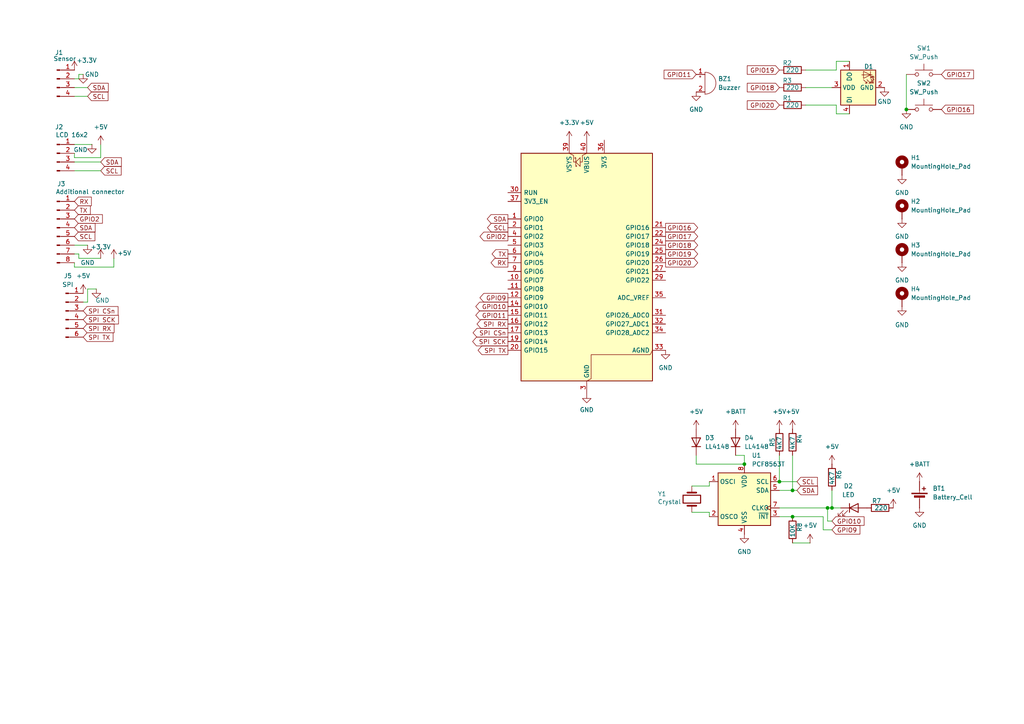
<source format=kicad_sch>
(kicad_sch (version 20250114) (generator "eeschema") (generator_version "9.0")
  (paper "A4")
  (lib_symbols
    (symbol "Connector:Conn_01x04_Pin" (pin_names (offset 1.016) (hide yes))
      (property "Reference" "J" (at 0 5.08 0))
      (property "Value" "Conn_01x04_Pin" (at 0 -7.62 0))
      (symbol "Conn_01x04_Pin_1_1"
        (rectangle (start 0.8636 2.667) (end 0 2.413) (stroke (width 0.1524)) (fill (type outline)))
        (rectangle (start 0.8636 0.127) (end 0 -0.127) (stroke (width 0.1524)) (fill (type outline)))
        (rectangle (start 0.8636 -2.413) (end 0 -2.667) (stroke (width 0.1524)) (fill (type outline)))
        (rectangle (start 0.8636 -4.953) (end 0 -5.207) (stroke (width 0.1524)) (fill (type outline)))
        (polyline (pts (xy 1.27 2.54) (xy 0.8636 2.54)) (stroke (width 0.1524)))
        (polyline (pts (xy 1.27 0) (xy 0.8636 0)) (stroke (width 0.1524)))
        (polyline (pts (xy 1.27 -2.54) (xy 0.8636 -2.54)) (stroke (width 0.1524)))
        (polyline (pts (xy 1.27 -5.08) (xy 0.8636 -5.08)) (stroke (width 0.1524)))
        (pin passive line (at 5.08 2.54 180) (length 3.81) (name "Pin_1") (number "1"))
        (pin passive line (at 5.08 0 180) (length 3.81) (name "Pin_2") (number "2"))
        (pin passive line (at 5.08 -2.54 180) (length 3.81) (name "Pin_3") (number "3"))
        (pin passive line (at 5.08 -5.08 180) (length 3.81) (name "Pin_4") (number "4"))
      )
    )
    (symbol "Connector:Conn_01x06_Pin" (pin_names (offset 1.016) (hide yes))
      (property "Reference" "J" (at 0 7.62 0))
      (property "Value" "Conn_01x06_Pin" (at 0 -10.16 0))
      (symbol "Conn_01x06_Pin_1_1"
        (rectangle (start 0.8636 5.207) (end 0 4.953) (stroke (width 0.1524)) (fill (type outline)))
        (rectangle (start 0.8636 2.667) (end 0 2.413) (stroke (width 0.1524)) (fill (type outline)))
        (rectangle (start 0.8636 0.127) (end 0 -0.127) (stroke (width 0.1524)) (fill (type outline)))
        (rectangle (start 0.8636 -2.413) (end 0 -2.667) (stroke (width 0.1524)) (fill (type outline)))
        (rectangle (start 0.8636 -4.953) (end 0 -5.207) (stroke (width 0.1524)) (fill (type outline)))
        (rectangle (start 0.8636 -7.493) (end 0 -7.747) (stroke (width 0.1524)) (fill (type outline)))
        (polyline (pts (xy 1.27 5.08) (xy 0.8636 5.08)) (stroke (width 0.1524)))
        (polyline (pts (xy 1.27 2.54) (xy 0.8636 2.54)) (stroke (width 0.1524)))
        (polyline (pts (xy 1.27 0) (xy 0.8636 0)) (stroke (width 0.1524)))
        (polyline (pts (xy 1.27 -2.54) (xy 0.8636 -2.54)) (stroke (width 0.1524)))
        (polyline (pts (xy 1.27 -5.08) (xy 0.8636 -5.08)) (stroke (width 0.1524)))
        (polyline (pts (xy 1.27 -7.62) (xy 0.8636 -7.62)) (stroke (width 0.1524)))
        (pin passive line (at 5.08 5.08 180) (length 3.81) (name "Pin_1") (number "1"))
        (pin passive line (at 5.08 2.54 180) (length 3.81) (name "Pin_2") (number "2"))
        (pin passive line (at 5.08 0 180) (length 3.81) (name "Pin_3") (number "3"))
        (pin passive line (at 5.08 -2.54 180) (length 3.81) (name "Pin_4") (number "4"))
        (pin passive line (at 5.08 -5.08 180) (length 3.81) (name "Pin_5") (number "5"))
        (pin passive line (at 5.08 -7.62 180) (length 3.81) (name "Pin_6") (number "6"))
      )
    )
    (symbol "Connector:Conn_01x08_Pin" (pin_names (offset 1.016) (hide yes))
      (property "Reference" "J" (at 0 10.16 0))
      (property "Value" "Conn_01x08_Pin" (at 0 -12.7 0))
      (symbol "Conn_01x08_Pin_1_1"
        (rectangle (start 0.8636 7.747) (end 0 7.493) (stroke (width 0.1524)) (fill (type outline)))
        (rectangle (start 0.8636 5.207) (end 0 4.953) (stroke (width 0.1524)) (fill (type outline)))
        (rectangle (start 0.8636 2.667) (end 0 2.413) (stroke (width 0.1524)) (fill (type outline)))
        (rectangle (start 0.8636 0.127) (end 0 -0.127) (stroke (width 0.1524)) (fill (type outline)))
        (rectangle (start 0.8636 -2.413) (end 0 -2.667) (stroke (width 0.1524)) (fill (type outline)))
        (rectangle (start 0.8636 -4.953) (end 0 -5.207) (stroke (width 0.1524)) (fill (type outline)))
        (rectangle (start 0.8636 -7.493) (end 0 -7.747) (stroke (width 0.1524)) (fill (type outline)))
        (rectangle (start 0.8636 -10.033) (end 0 -10.287) (stroke (width 0.1524)) (fill (type outline)))
        (polyline (pts (xy 1.27 7.62) (xy 0.8636 7.62)) (stroke (width 0.1524)))
        (polyline (pts (xy 1.27 5.08) (xy 0.8636 5.08)) (stroke (width 0.1524)))
        (polyline (pts (xy 1.27 2.54) (xy 0.8636 2.54)) (stroke (width 0.1524)))
        (polyline (pts (xy 1.27 0) (xy 0.8636 0)) (stroke (width 0.1524)))
        (polyline (pts (xy 1.27 -2.54) (xy 0.8636 -2.54)) (stroke (width 0.1524)))
        (polyline (pts (xy 1.27 -5.08) (xy 0.8636 -5.08)) (stroke (width 0.1524)))
        (polyline (pts (xy 1.27 -7.62) (xy 0.8636 -7.62)) (stroke (width 0.1524)))
        (polyline (pts (xy 1.27 -10.16) (xy 0.8636 -10.16)) (stroke (width 0.1524)))
        (pin passive line (at 5.08 7.62 180) (length 3.81) (name "Pin_1") (number "1"))
        (pin passive line (at 5.08 5.08 180) (length 3.81) (name "Pin_2") (number "2"))
        (pin passive line (at 5.08 2.54 180) (length 3.81) (name "Pin_3") (number "3"))
        (pin passive line (at 5.08 0 180) (length 3.81) (name "Pin_4") (number "4"))
        (pin passive line (at 5.08 -2.54 180) (length 3.81) (name "Pin_5") (number "5"))
        (pin passive line (at 5.08 -5.08 180) (length 3.81) (name "Pin_6") (number "6"))
        (pin passive line (at 5.08 -7.62 180) (length 3.81) (name "Pin_7") (number "7"))
        (pin passive line (at 5.08 -10.16 180) (length 3.81) (name "Pin_8") (number "8"))
      )
    )
    (symbol "Device:Battery_Cell" (pin_numbers (hide yes)) (pin_names (offset 0) (hide yes))
      (property "Reference" "BT" (at 2.54 2.54 0))
      (property "Value" "Battery_Cell" (at 2.54 0 0))
      (symbol "Battery_Cell_0_1"
        (rectangle (start -2.286 1.778) (end 2.286 1.524) (fill (type outline)))
        (rectangle (start -1.524 1.016) (end 1.524 0.508) (fill (type outline)))
        (polyline (pts (xy 0 1.778) (xy 0 2.54)))
        (polyline (pts (xy 0 0.762) (xy 0 0)))
        (polyline (pts (xy 0.762 3.048) (xy 1.778 3.048)) (stroke (width 0.254)))
        (polyline (pts (xy 1.27 3.556) (xy 1.27 2.54)) (stroke (width 0.254)))
      )
      (symbol "Battery_Cell_1_1"
        (pin passive line (at 0 5.08 270) (length 2.54) (name "+") (number "1"))
        (pin passive line (at 0 -2.54 90) (length 2.54) (name "-") (number "2"))
      )
    )
    (symbol "Device:Buzzer" (pin_names (offset 0.0254) (hide yes))
      (property "Reference" "BZ" (at 3.81 1.27 0))
      (property "Value" "Buzzer" (at 3.81 -1.27 0))
      (symbol "Buzzer_0_1"
        (polyline (pts (xy -1.651 1.905) (xy -1.143 1.905)))
        (polyline (pts (xy -1.397 2.159) (xy -1.397 1.651)))
        (arc (start 0 3.175) (mid 3.1612 0) (end 0 -3.175))
        (polyline (pts (xy 0 3.175) (xy 0 -3.175)))
      )
      (symbol "Buzzer_1_1"
        (pin passive line (at -2.54 2.54 0) (length 2.54) (name "+") (number "1"))
        (pin passive line (at -2.54 -2.54 0) (length 2.54) (name "-") (number "2"))
      )
    )
    (symbol "Device:Crystal" (pin_numbers (hide yes)) (pin_names (offset 1.016) (hide yes))
      (property "Reference" "Y" (at 0 3.81 0))
      (property "Value" "Crystal" (at 0 -3.81 0))
      (symbol "Crystal_0_1"
        (polyline (pts (xy -2.54 0) (xy -1.905 0)))
        (polyline (pts (xy -1.905 -1.27) (xy -1.905 1.27)) (stroke (width 0.508)))
        (rectangle (start -1.143 2.54) (end 1.143 -2.54) (stroke (width 0.3048)))
        (polyline (pts (xy 1.905 -1.27) (xy 1.905 1.27)) (stroke (width 0.508)))
        (polyline (pts (xy 2.54 0) (xy 1.905 0)))
      )
      (symbol "Crystal_1_1"
        (pin passive line (at -3.81 0 0) (length 1.27) (name "1") (number "1"))
        (pin passive line (at 3.81 0 180) (length 1.27) (name "2") (number "2"))
      )
    )
    (symbol "Device:LED" (pin_numbers (hide yes)) (pin_names (offset 1.016) (hide yes))
      (property "Reference" "D" (at 0 2.54 0))
      (property "Value" "LED" (at 0 -2.54 0))
      (symbol "LED_0_1"
        (polyline (pts (xy -3.048 -0.762) (xy -4.572 -2.286) (xy -3.81 -2.286) (xy -4.572 -2.286) (xy -4.572 -1.524)))
        (polyline (pts (xy -1.778 -0.762) (xy -3.302 -2.286) (xy -2.54 -2.286) (xy -3.302 -2.286) (xy -3.302 -1.524)))
        (polyline (pts (xy -1.27 0) (xy 1.27 0)))
        (polyline (pts (xy -1.27 -1.27) (xy -1.27 1.27)) (stroke (width 0.254)))
        (polyline (pts (xy 1.27 -1.27) (xy 1.27 1.27) (xy -1.27 0) (xy 1.27 -1.27)) (stroke (width 0.254)))
      )
      (symbol "LED_1_1"
        (pin passive line (at -3.81 0 0) (length 2.54) (name "K") (number "1"))
        (pin passive line (at 3.81 0 180) (length 2.54) (name "A") (number "2"))
      )
    )
    (symbol "Device:R" (pin_numbers (hide yes)) (pin_names (offset 0))
      (property "Reference" "R" (at 2.032 0 90))
      (property "Value" "R" (at 0 0 90))
      (symbol "R_0_1"
        (rectangle (start -1.016 -2.54) (end 1.016 2.54) (stroke (width 0.254)))
      )
      (symbol "R_1_1"
        (pin passive line (at 0 3.81 270) (length 1.27) (name "~") (number "1"))
        (pin passive line (at 0 -3.81 90) (length 1.27) (name "~") (number "2"))
      )
    )
    (symbol "Diode:LL4148" (pin_numbers (hide yes)) (pin_names (hide yes))
      (property "Reference" "D" (at 0 2.54 0))
      (property "Value" "LL4148" (at 0 -2.54 0))
      (symbol "LL4148_0_1"
        (polyline (pts (xy -1.27 1.27) (xy -1.27 -1.27)) (stroke (width 0.254)))
        (polyline (pts (xy 1.27 1.27) (xy 1.27 -1.27) (xy -1.27 0) (xy 1.27 1.27)) (stroke (width 0.254)))
        (polyline (pts (xy 1.27 0) (xy -1.27 0)))
      )
      (symbol "LL4148_1_1"
        (pin passive line (at -3.81 0 0) (length 2.54) (name "K") (number "1"))
        (pin passive line (at 3.81 0 180) (length 2.54) (name "A") (number "2"))
      )
    )
    (symbol "LED:APA-106-F5"
      (property "Reference" "D" (at 5.08 5.715 0))
      (property "Value" "APA-106-F5" (at 1.27 -5.715 0))
      (symbol "APA-106-F5_0_0"
        (text "RGB" (at 2.286 -4.191 0) (effects (font (size 0.762 0.762))))
      )
      (symbol "APA-106-F5_0_1"
        (polyline (pts (xy 1.27 -2.54) (xy 1.778 -2.54)))
        (polyline (pts (xy 1.27 -3.556) (xy 1.778 -3.556)))
        (polyline (pts (xy 2.286 -1.524) (xy 1.27 -2.54) (xy 1.27 -2.032)))
        (polyline (pts (xy 2.286 -2.54) (xy 1.27 -3.556) (xy 1.27 -3.048)))
        (polyline (pts (xy 3.683 -1.016) (xy 3.683 -3.556) (xy 3.683 -4.064)))
        (polyline (pts (xy 4.699 -1.524) (xy 2.667 -1.524) (xy 3.683 -3.556) (xy 4.699 -1.524)))
        (polyline (pts (xy 4.699 -3.556) (xy 2.667 -3.556)))
        (rectangle (start 5.08 5.08) (end -5.08 -5.08) (stroke (width 0.254)) (fill (type background)))
      )
      (symbol "APA-106-F5_1_1"
        (pin input line (at -7.62 2.54 0) (length 2.54) (name "DI") (number "4"))
        (pin power_in line (at 0 7.62 270) (length 2.54) (name "VDD") (number "3"))
        (pin power_in line (at 0 -7.62 90) (length 2.54) (name "GND") (number "2"))
        (pin output line (at 7.62 2.54 180) (length 2.54) (name "DO") (number "1"))
      )
    )
    (symbol "MCU_Module:RaspberryPi_Pico" (pin_names (offset 0.762))
      (property "Reference" "A" (at -19.05 35.56 0))
      (property "Value" "RaspberryPi_Pico" (at 7.62 35.56 0))
      (symbol "RaspberryPi_Pico_0_1"
        (rectangle (start -19.05 34.29) (end 19.05 -31.75) (stroke (width 0.254)) (fill (type background)))
        (polyline (pts (xy -5.08 34.29) (xy -3.81 33.655) (xy -3.81 31.75) (xy -3.175 31.75)))
        (polyline (pts (xy -3.429 32.766) (xy -3.429 33.02) (xy -3.175 33.02) (xy -3.175 30.48) (xy -2.921 30.48) (xy -2.921 30.734)))
        (polyline (pts (xy -3.175 31.75) (xy -1.905 33.02) (xy -1.905 30.48) (xy -3.175 31.75)))
        (polyline (pts (xy 0 34.29) (xy -1.27 33.655) (xy -1.27 31.75) (xy -1.905 31.75)))
        (polyline (pts (xy 0 -31.75) (xy 1.27 -31.115) (xy 1.27 -24.13) (xy 18.415 -24.13) (xy 19.05 -22.86)))
      )
      (symbol "RaspberryPi_Pico_1_1"
        (pin passive line (at -22.86 22.86 0) (length 3.81) (name "RUN") (number "30"))
        (pin passive line (at -22.86 20.32 0) (length 3.81) (name "3V3_EN") (number "37"))
        (pin bidirectional line (at -22.86 15.24 0) (length 3.81) (name "GPIO0") (number "1"))
        (pin bidirectional line (at -22.86 12.7 0) (length 3.81) (name "GPIO1") (number "2"))
        (pin bidirectional line (at -22.86 10.16 0) (length 3.81) (name "GPIO2") (number "4"))
        (pin bidirectional line (at -22.86 7.62 0) (length 3.81) (name "GPIO3") (number "5"))
        (pin bidirectional line (at -22.86 5.08 0) (length 3.81) (name "GPIO4") (number "6"))
        (pin bidirectional line (at -22.86 2.54 0) (length 3.81) (name "GPIO5") (number "7"))
        (pin bidirectional line (at -22.86 0 0) (length 3.81) (name "GPIO6") (number "9"))
        (pin bidirectional line (at -22.86 -2.54 0) (length 3.81) (name "GPIO7") (number "10"))
        (pin bidirectional line (at -22.86 -5.08 0) (length 3.81) (name "GPIO8") (number "11"))
        (pin bidirectional line (at -22.86 -7.62 0) (length 3.81) (name "GPIO9") (number "12"))
        (pin bidirectional line (at -22.86 -10.16 0) (length 3.81) (name "GPIO10") (number "14"))
        (pin bidirectional line (at -22.86 -12.7 0) (length 3.81) (name "GPIO11") (number "15"))
        (pin bidirectional line (at -22.86 -15.24 0) (length 3.81) (name "GPIO12") (number "16"))
        (pin bidirectional line (at -22.86 -17.78 0) (length 3.81) (name "GPIO13") (number "17"))
        (pin bidirectional line (at -22.86 -20.32 0) (length 3.81) (name "GPIO14") (number "19"))
        (pin bidirectional line (at -22.86 -22.86 0) (length 3.81) (name "GPIO15") (number "20"))
        (pin power_in line (at -5.08 38.1 270) (length 3.81) (name "VSYS") (number "39"))
        (pin power_out line (at 0 38.1 270) (length 3.81) (name "VBUS") (number "40"))
        (pin passive line (at 0 -35.56 90) (length 3.81) (hide yes) (name "GND") (number "13"))
        (pin passive line (at 0 -35.56 90) (length 3.81) (hide yes) (name "GND") (number "18"))
        (pin passive line (at 0 -35.56 90) (length 3.81) (hide yes) (name "GND") (number "23"))
        (pin passive line (at 0 -35.56 90) (length 3.81) (hide yes) (name "GND") (number "28"))
        (pin power_out line (at 0 -35.56 90) (length 3.81) (name "GND") (number "3"))
        (pin passive line (at 0 -35.56 90) (length 3.81) (hide yes) (name "GND") (number "38"))
        (pin passive line (at 0 -35.56 90) (length 3.81) (hide yes) (name "GND") (number "8"))
        (pin power_out line (at 5.08 38.1 270) (length 3.81) (name "3V3") (number "36"))
        (pin bidirectional line (at 22.86 12.7 180) (length 3.81) (name "GPIO16") (number "21"))
        (pin bidirectional line (at 22.86 10.16 180) (length 3.81) (name "GPIO17") (number "22"))
        (pin bidirectional line (at 22.86 7.62 180) (length 3.81) (name "GPIO18") (number "24"))
        (pin bidirectional line (at 22.86 5.08 180) (length 3.81) (name "GPIO19") (number "25"))
        (pin bidirectional line (at 22.86 2.54 180) (length 3.81) (name "GPIO20") (number "26"))
        (pin bidirectional line (at 22.86 0 180) (length 3.81) (name "GPIO21") (number "27"))
        (pin bidirectional line (at 22.86 -2.54 180) (length 3.81) (name "GPIO22") (number "29"))
        (pin power_in line (at 22.86 -7.62 180) (length 3.81) (name "ADC_VREF") (number "35"))
        (pin bidirectional line (at 22.86 -12.7 180) (length 3.81) (name "GPIO26_ADC0") (number "31"))
        (pin bidirectional line (at 22.86 -15.24 180) (length 3.81) (name "GPIO27_ADC1") (number "32"))
        (pin bidirectional line (at 22.86 -17.78 180) (length 3.81) (name "GPIO28_ADC2") (number "34"))
        (pin power_out line (at 22.86 -22.86 180) (length 3.81) (name "AGND") (number "33"))
      )
    )
    (symbol "Mechanical:MountingHole_Pad" (pin_numbers (hide yes)) (pin_names (offset 1.016) (hide yes)) (in_bom no)
      (property "Reference" "H" (at 0 6.35 0))
      (property "Value" "MountingHole_Pad" (at 0 4.445 0))
      (symbol "MountingHole_Pad_0_1"
        (circle (center 0 1.27) (radius 1.27) (stroke (width 1.27)))
      )
      (symbol "MountingHole_Pad_1_1"
        (pin input line (at 0 -2.54 90) (length 2.54) (name "1") (number "1"))
      )
    )
    (symbol "Switch:SW_Push" (pin_numbers (hide yes)) (pin_names (offset 1.016) (hide yes))
      (property "Reference" "SW" (at 1.27 2.54 0))
      (property "Value" "SW_Push" (at 0 -1.524 0))
      (symbol "SW_Push_0_1"
        (circle (center -2.032 0) (radius 0.508))
        (polyline (pts (xy 0 1.27) (xy 0 3.048)))
        (circle (center 2.032 0) (radius 0.508))
        (polyline (pts (xy 2.54 1.27) (xy -2.54 1.27)))
        (pin passive line (at -5.08 0 0) (length 2.54) (name "1") (number "1"))
        (pin passive line (at 5.08 0 180) (length 2.54) (name "2") (number "2"))
      )
    )
    (symbol "Timer_RTC:PCF8563T"
      (property "Reference" "U" (at -7.62 8.89 0))
      (property "Value" "PCF8563T" (at 2.54 8.89 0))
      (symbol "PCF8563T_0_1"
        (rectangle (start -7.62 7.62) (end 7.62 -7.62) (stroke (width 0.254)) (fill (type background)))
      )
      (symbol "PCF8563T_1_1"
        (pin input line (at -10.16 5.08 0) (length 2.54) (name "OSCI") (number "1"))
        (pin output line (at -10.16 -5.08 0) (length 2.54) (name "OSCO") (number "2"))
        (pin power_in line (at 0 10.16 270) (length 2.54) (name "VDD") (number "8"))
        (pin power_in line (at 0 -10.16 90) (length 2.54) (name "VSS") (number "4"))
        (pin input line (at 10.16 5.08 180) (length 2.54) (name "SCL") (number "6"))
        (pin bidirectional line (at 10.16 2.54 180) (length 2.54) (name "SDA") (number "5"))
        (pin output clock (at 10.16 -2.54 180) (length 2.54) (name "CLKO") (number "7"))
        (pin output line (at 10.16 -5.08 180) (length 2.54) (name "~{INT}") (number "3"))
      )
    )
    (symbol "power:+3.3V" (power) (pin_numbers (hide yes)) (pin_names (offset 0) (hide yes))
      (property "Value" "+3.3V" (at 0 3.556 0))
      (symbol "+3.3V_0_1"
        (polyline (pts (xy -0.762 1.27) (xy 0 2.54)))
        (polyline (pts (xy 0 2.54) (xy 0.762 1.27)))
        (polyline (pts (xy 0 0) (xy 0 2.54)))
      )
      (symbol "+3.3V_1_1"
        (pin power_in line (at 0 0 90) (length 0) (name "~") (number "1"))
      )
    )
    (symbol "power:+5V" (power) (pin_numbers (hide yes)) (pin_names (offset 0) (hide yes))
      (property "Value" "+5V" (at 0 3.556 0))
      (symbol "+5V_0_1"
        (polyline (pts (xy -0.762 1.27) (xy 0 2.54)))
        (polyline (pts (xy 0 2.54) (xy 0.762 1.27)))
        (polyline (pts (xy 0 0) (xy 0 2.54)))
      )
      (symbol "+5V_1_1"
        (pin power_in line (at 0 0 90) (length 0) (name "~") (number "1"))
      )
    )
    (symbol "power:+BATT" (power) (pin_numbers (hide yes)) (pin_names (offset 0) (hide yes))
      (property "Value" "+BATT" (at 0 3.556 0))
      (symbol "+BATT_0_1"
        (polyline (pts (xy -0.762 1.27) (xy 0 2.54)))
        (polyline (pts (xy 0 2.54) (xy 0.762 1.27)))
        (polyline (pts (xy 0 0) (xy 0 2.54)))
      )
      (symbol "+BATT_1_1"
        (pin power_in line (at 0 0 90) (length 0) (name "~") (number "1"))
      )
    )
    (symbol "power:GND" (power) (pin_numbers (hide yes)) (pin_names (offset 0) (hide yes))
      (property "Value" "GND" (at 0 -3.81 0))
      (symbol "GND_0_1"
        (polyline (pts (xy 0 0) (xy 0 -1.27) (xy 1.27 -1.27) (xy 0 -2.54) (xy -1.27 -1.27) (xy 0 -1.27)))
      )
      (symbol "GND_1_1"
        (pin power_in line (at 0 0 270) (length 0) (name "~") (number "1"))
      )
    )
  )
  (junction (at 226.06 139.7))
  (junction (at 262.89 31.75))
  (junction (at 215.9 134.62))
  (junction (at 240.03 147.32))
  (junction (at 229.87 142.24))
  (junction (at 241.3 147.32))
  (junction (at 229.87 149.86))
  (wire (pts (xy 215.9 132.08) (xy 215.9 134.62)))
  (wire (pts (xy 29.21 41.91) (xy 29.21 45.72)))
  (wire (pts (xy 262.89 21.59) (xy 262.89 31.75)))
  (wire (pts (xy 226.06 132.08) (xy 226.06 139.7)))
  (wire (pts (xy 240.03 147.32) (xy 241.3 147.32)))
  (wire (pts (xy 22.86 21.59) (xy 22.86 22.86)))
  (wire (pts (xy 242.57 30.48) (xy 242.57 33.02)))
  (wire (pts (xy 241.3 153.67) (xy 238.76 153.67)))
  (wire (pts (xy 226.06 142.24) (xy 229.87 142.24)))
  (wire (pts (xy 21.59 73.66) (xy 22.86 73.66)))
  (wire (pts (xy 22.86 21.59) (xy 24.13 21.59)))
  (wire (pts (xy 25.4 87.63) (xy 25.4 83.82)))
  (wire (pts (xy 22.86 74.93) (xy 22.86 73.66)))
  (wire (pts (xy 242.57 17.78) (xy 246.38 17.78)))
  (wire (pts (xy 21.59 45.72) (xy 21.59 44.45)))
  (wire (pts (xy 233.68 25.4) (xy 241.3 25.4)))
  (wire (pts (xy 200.66 140.97) (xy 205.74 140.97)))
  (wire (pts (xy 241.3 147.32) (xy 243.84 147.32)))
  (wire (pts (xy 238.76 149.86) (xy 229.87 149.86)))
  (wire (pts (xy 21.59 46.99) (xy 29.21 46.99)))
  (wire (pts (xy 21.59 71.12) (xy 25.4 71.12)))
  (wire (pts (xy 226.06 147.32) (xy 240.03 147.32)))
  (wire (pts (xy 238.76 153.67) (xy 238.76 149.86)))
  (wire (pts (xy 21.59 49.53) (xy 29.21 49.53)))
  (wire (pts (xy 21.59 25.4) (xy 25.4 25.4)))
  (wire (pts (xy 241.3 151.13) (xy 240.03 151.13)))
  (wire (pts (xy 29.21 74.93) (xy 22.86 74.93)))
  (wire (pts (xy 240.03 151.13) (xy 240.03 147.32)))
  (wire (pts (xy 226.06 149.86) (xy 229.87 149.86)))
  (wire (pts (xy 201.93 132.08) (xy 201.93 134.62)))
  (wire (pts (xy 233.68 20.32) (xy 242.57 20.32)))
  (wire (pts (xy 21.59 45.72) (xy 29.21 45.72)))
  (wire (pts (xy 25.4 83.82) (xy 27.94 83.82)))
  (wire (pts (xy 21.59 77.47) (xy 21.59 76.2)))
  (wire (pts (xy 201.93 134.62) (xy 215.9 134.62)))
  (wire (pts (xy 33.02 74.93) (xy 33.02 77.47)))
  (wire (pts (xy 226.06 139.7) (xy 231.14 139.7)))
  (wire (pts (xy 233.68 30.48) (xy 242.57 30.48)))
  (wire (pts (xy 205.74 148.59) (xy 205.74 149.86)))
  (wire (pts (xy 229.87 142.24) (xy 231.14 142.24)))
  (wire (pts (xy 242.57 20.32) (xy 242.57 17.78)))
  (wire (pts (xy 229.87 157.48) (xy 234.95 157.48)))
  (wire (pts (xy 33.02 77.47) (xy 21.59 77.47)))
  (wire (pts (xy 229.87 132.08) (xy 229.87 142.24)))
  (wire (pts (xy 24.13 87.63) (xy 25.4 87.63)))
  (wire (pts (xy 242.57 33.02) (xy 246.38 33.02)))
  (wire (pts (xy 21.59 27.94) (xy 25.4 27.94)))
  (wire (pts (xy 213.36 132.08) (xy 215.9 132.08)))
  (wire (pts (xy 205.74 140.97) (xy 205.74 139.7)))
  (wire (pts (xy 200.66 148.59) (xy 205.74 148.59)))
  (wire (pts (xy 241.3 142.24) (xy 241.3 147.32)))
  (wire (pts (xy 21.59 41.91) (xy 26.67 41.91)))
  (wire (pts (xy 22.86 22.86) (xy 21.59 22.86)))
  (global_label "TX" (shape output) (at 147.32 73.66 180) (property "Intersheetrefs" "${INTERSHEET_REFS}" (effects (hide yes))))
  (global_label "SPI SCK" (shape input) (at 24.13 92.71 0) (property "Intersheetrefs" "${INTERSHEET_REFS}" (effects (hide yes))))
  (global_label "GPIO16" (shape input) (at 273.05 31.75 0) (property "Intersheetrefs" "${INTERSHEET_REFS}" (effects (hide yes))))
  (global_label "SCL" (shape input) (at 21.59 68.58 0) (property "Intersheetrefs" "${INTERSHEET_REFS}" (effects (hide yes))))
  (global_label "SDA" (shape input) (at 21.59 66.04 0) (property "Intersheetrefs" "${INTERSHEET_REFS}" (effects (hide yes))))
  (global_label "GPIO9" (shape input) (at 241.3 153.67 0) (property "Intersheetrefs" "${INTERSHEET_REFS}" (effects (hide yes))))
  (global_label "GPIO19" (shape output) (at 193.04 73.66 0) (property "Intersheetrefs" "${INTERSHEET_REFS}" (effects (hide yes))))
  (global_label "TX" (shape input) (at 21.59 60.96 0) (property "Intersheetrefs" "${INTERSHEET_REFS}" (effects (hide yes))))
  (global_label "SCL" (shape output) (at 147.32 66.04 180) (property "Intersheetrefs" "${INTERSHEET_REFS}" (effects (hide yes))))
  (global_label "SPI RX" (shape output) (at 147.32 93.98 180) (property "Intersheetrefs" "${INTERSHEET_REFS}" (effects (hide yes))))
  (global_label "SCL" (shape input) (at 231.14 139.7 0) (property "Intersheetrefs" "${INTERSHEET_REFS}" (effects (hide yes))))
  (global_label "SPI TX" (shape input) (at 24.13 97.79 0) (property "Intersheetrefs" "${INTERSHEET_REFS}" (effects (hide yes))))
  (global_label "SPI CSn" (shape output) (at 147.32 96.52 180) (property "Intersheetrefs" "${INTERSHEET_REFS}" (effects (hide yes))))
  (global_label "SDA" (shape output) (at 147.32 63.5 180) (property "Intersheetrefs" "${INTERSHEET_REFS}" (effects (hide yes))))
  (global_label "SCL" (shape input) (at 29.21 49.53 0) (property "Intersheetrefs" "${INTERSHEET_REFS}" (effects (hide yes))))
  (global_label "SCL" (shape input) (at 25.4 27.94 0) (property "Intersheetrefs" "${INTERSHEET_REFS}" (effects (hide yes))))
  (global_label "SPI CSn" (shape input) (at 24.13 90.17 0) (property "Intersheetrefs" "${INTERSHEET_REFS}" (effects (hide yes))))
  (global_label "SPI TX" (shape output) (at 147.32 101.6 180) (property "Intersheetrefs" "${INTERSHEET_REFS}" (effects (hide yes))))
  (global_label "GPIO19" (shape input) (at 226.06 20.32 180) (property "Intersheetrefs" "${INTERSHEET_REFS}" (effects (hide yes))))
  (global_label "GPIO11" (shape output) (at 147.32 91.44 180) (property "Intersheetrefs" "${INTERSHEET_REFS}" (effects (hide yes))))
  (global_label "GPIO2" (shape input) (at 21.59 63.5 0) (property "Intersheetrefs" "${INTERSHEET_REFS}" (effects (hide yes))))
  (global_label "GPIO9" (shape output) (at 147.32 86.36 180) (property "Intersheetrefs" "${INTERSHEET_REFS}" (effects (hide yes))))
  (global_label "GPIO18" (shape output) (at 193.04 71.12 0) (property "Intersheetrefs" "${INTERSHEET_REFS}" (effects (hide yes))))
  (global_label "GPIO20" (shape output) (at 193.04 76.2 0) (property "Intersheetrefs" "${INTERSHEET_REFS}" (effects (hide yes))))
  (global_label "SPI RX" (shape input) (at 24.13 95.25 0) (property "Intersheetrefs" "${INTERSHEET_REFS}" (effects (hide yes))))
  (global_label "GPIO20" (shape input) (at 226.06 30.48 180) (property "Intersheetrefs" "${INTERSHEET_REFS}" (effects (hide yes))))
  (global_label "GPIO2" (shape output) (at 147.32 68.58 180) (property "Intersheetrefs" "${INTERSHEET_REFS}" (effects (hide yes))))
  (global_label "GPIO16" (shape output) (at 193.04 66.04 0) (property "Intersheetrefs" "${INTERSHEET_REFS}" (effects (hide yes))))
  (global_label "SDA" (shape input) (at 231.14 142.24 0) (property "Intersheetrefs" "${INTERSHEET_REFS}" (effects (hide yes))))
  (global_label "SDA" (shape input) (at 25.4 25.4 0) (property "Intersheetrefs" "${INTERSHEET_REFS}" (effects (hide yes))))
  (global_label "SDA" (shape input) (at 29.21 46.99 0) (property "Intersheetrefs" "${INTERSHEET_REFS}" (effects (hide yes))))
  (global_label "GPIO10" (shape input) (at 241.3 151.13 0) (property "Intersheetrefs" "${INTERSHEET_REFS}" (effects (hide yes))))
  (global_label "GPIO18" (shape input) (at 226.06 25.4 180) (property "Intersheetrefs" "${INTERSHEET_REFS}" (effects (hide yes))))
  (global_label "GPIO11" (shape input) (at 201.93 21.59 180) (property "Intersheetrefs" "${INTERSHEET_REFS}" (effects (hide yes))))
  (global_label "RX" (shape input) (at 21.59 58.42 0) (property "Intersheetrefs" "${INTERSHEET_REFS}" (effects (hide yes))))
  (global_label "RX" (shape output) (at 147.32 76.2 180) (property "Intersheetrefs" "${INTERSHEET_REFS}" (effects (hide yes))))
  (global_label "GPIO17" (shape output) (at 193.04 68.58 0) (property "Intersheetrefs" "${INTERSHEET_REFS}" (effects (hide yes))))
  (global_label "SPI SCK" (shape output) (at 147.32 99.06 180) (property "Intersheetrefs" "${INTERSHEET_REFS}" (effects (hide yes))))
  (global_label "GPIO17" (shape input) (at 273.05 21.59 0) (property "Intersheetrefs" "${INTERSHEET_REFS}" (effects (hide yes))))
  (global_label "GPIO10" (shape output) (at 147.32 88.9 180) (property "Intersheetrefs" "${INTERSHEET_REFS}" (effects (hide yes))))
  (symbol (lib_id "Device:Buzzer") (at 204.47 24.13 0) (unit 1)
    (property "Reference" "BZ1" (at 208.28 22.8599 0) (effects (justify left)))
    (property "Value" "Buzzer" (at 208.28 25.3999 0) (effects (justify left)))
    (property "Footprint" "Buzzer_Beeper:Buzzer_12x9.5RM7.6" (effects (hide yes)))
    (property "Description" "Buzzer, polarized" (effects (hide yes)))
  )
  (symbol (lib_id "MCU_Module:RaspberryPi_Pico") (at 170.18 78.74 0) (unit 1)
    (property "Reference" "A1" (effects (hide yes)))
    (property "Value" "RaspberryPi_Pico" (effects (hide yes)))
    (property "Footprint" "Module:RaspberryPi_Pico_Common_THT" (effects (hide yes)))
    (property "Datasheet" "https://datasheets.raspberrypi.com/pico/pico-datasheet.pdf" (effects (hide yes)))
    (property "Description" "Versatile and inexpensive microcontroller module powered by RP2040 dual-core Arm Cortex-M0+ processor up to 133 MHz, 264kB SRAM, 2MB QSPI flash; also supports Raspberry Pi Pico 2" (effects (hide yes)))
  )
  (symbol (lib_id "Mechanical:MountingHole_Pad") (at 261.62 73.66 0) (unit 1) (in_bom no)
    (property "Reference" "H3" (at 264.16 71.1199 0) (effects (justify left)))
    (property "Value" "MountingHole_Pad" (at 264.16 73.6599 0) (effects (justify left)))
    (property "Footprint" "MountingHole:MountingHole_3.2mm_M3_DIN965_Pad" (effects (hide yes)))
    (property "Description" "Mounting Hole with connection" (effects (hide yes)))
  )
  (symbol (lib_id "Connector:Conn_01x08_Pin") (at 16.51 66.04 0) (unit 1)
    (property "Reference" "J3" (at 17.78 53.34 0))
    (property "Value" "Additional connector" (at 26.162 55.626 0))
    (property "Footprint" "Connector_PinHeader_2.54mm:PinHeader_1x08_P2.54mm_Horizontal" (effects (hide yes)))
    (property "Description" "Generic connector, single row, 01x08, script generated" (effects (hide yes)))
  )
  (symbol (lib_id "power:GND") (at 261.62 63.5 0) (unit 1)
    (property "Reference" "#PWR09" (effects (hide yes)))
    (property "Value" "GND" (at 261.62 68.58 0))
    (property "Description" "Power symbol creates a global label with name \"GND\" , ground" (effects (hide yes)))
  )
  (symbol (lib_id "power:GND") (at 262.89 31.75 0) (unit 1)
    (property "Reference" "#PWR021" (effects (hide yes)))
    (property "Value" "GND" (at 262.89 36.83 0))
    (property "Description" "Power symbol creates a global label with name \"GND\" , ground" (effects (hide yes)))
  )
  (symbol (lib_id "Device:R") (at 229.87 153.67 0) (unit 1)
    (property "Reference" "R8" (at 231.902 152.908 90))
    (property "Value" "10K" (at 229.87 153.924 90))
    (property "Footprint" "Resistor_SMD:R_0805_2012Metric" (effects (hide yes)))
    (property "Description" "Resistor" (effects (hide yes)))
  )
  (symbol (lib_id "Device:R") (at 229.87 20.32 270) (unit 1)
    (property "Reference" "R2" (at 228.346 18.288 90))
    (property "Value" "220" (at 229.87 20.32 90))
    (property "Footprint" "Resistor_SMD:R_0805_2012Metric" (effects (hide yes)))
    (property "Description" "Resistor" (effects (hide yes)))
  )
  (symbol (lib_id "Mechanical:MountingHole_Pad") (at 261.62 48.26 0) (unit 1) (in_bom no)
    (property "Reference" "H1" (at 264.16 45.7199 0) (effects (justify left)))
    (property "Value" "MountingHole_Pad" (at 264.16 48.2599 0) (effects (justify left)))
    (property "Footprint" "MountingHole:MountingHole_3.2mm_M3_DIN965_Pad" (effects (hide yes)))
    (property "Description" "Mounting Hole with connection" (effects (hide yes)))
  )
  (symbol (lib_id "power:+5V") (at 170.18 40.64 0) (unit 1)
    (property "Reference" "#PWR04" (effects (hide yes)))
    (property "Value" "+5V" (at 170.18 35.56 0))
    (property "Description" "Power symbol creates a global label with name \"+5V\"" (effects (hide yes)))
  )
  (symbol (lib_id "power:GND") (at 27.94 83.82 0) (unit 1)
    (property "Reference" "#PWR028" (effects (hide yes)))
    (property "Value" "GND" (at 29.718 87.122 0))
    (property "Description" "Power symbol creates a global label with name \"GND\" , ground" (effects (hide yes)))
  )
  (symbol (lib_id "power:+5V") (at 201.93 124.46 0) (unit 1)
    (property "Reference" "#PWR024" (effects (hide yes)))
    (property "Value" "+5V" (at 201.93 119.38 0))
    (property "Description" "Power symbol creates a global label with name \"+5V\"" (effects (hide yes)))
  )
  (symbol (lib_id "power:GND") (at 261.62 76.2 0) (unit 1)
    (property "Reference" "#PWR08" (effects (hide yes)))
    (property "Value" "GND" (at 261.62 81.28 0))
    (property "Description" "Power symbol creates a global label with name \"GND\" , ground" (effects (hide yes)))
  )
  (symbol (lib_id "Connector:Conn_01x04_Pin") (at 16.51 44.45 0) (unit 1)
    (property "Reference" "J2" (at 17.145 36.83 0))
    (property "Value" "LCD 16x2" (at 20.828 39.116 0))
    (property "Footprint" "Connector_PinHeader_2.54mm:PinHeader_1x04_P2.54mm_Vertical" (effects (hide yes)))
    (property "Description" "Generic connector, single row, 01x04, script generated" (effects (hide yes)))
  )
  (symbol (lib_id "Device:R") (at 241.3 138.43 0) (unit 1)
    (property "Reference" "R6" (at 243.332 137.668 90))
    (property "Value" "4K7" (at 241.3 138.684 90))
    (property "Footprint" "Resistor_SMD:R_0805_2012Metric" (effects (hide yes)))
    (property "Description" "Resistor" (effects (hide yes)))
  )
  (symbol (lib_id "Diode:LL4148") (at 213.36 128.27 90) (unit 1)
    (property "Reference" "D4" (at 215.9 126.9999 90) (effects (justify right)))
    (property "Value" "LL4148" (at 215.9 129.5399 90) (effects (justify right)))
    (property "Footprint" "Diode_SMD:D_MiniMELF" (effects (hide yes)))
    (property "Datasheet" "http://www.vishay.com/docs/85557/ll4148.pdf" (effects (hide yes)))
    (property "Description" "100V 0.15A standard switching diode, MiniMELF" (effects (hide yes)))
    (property "Sim.Device" "D" (effects (hide yes)))
    (property "Sim.Pins" "1=K 2=A" (effects (hide yes)))
  )
  (symbol (lib_id "Device:R") (at 229.87 128.27 0) (unit 1)
    (property "Reference" "R4" (at 231.902 127.254 90))
    (property "Value" "4K7" (at 229.87 128.524 90))
    (property "Footprint" "Resistor_SMD:R_0805_2012Metric" (effects (hide yes)))
    (property "Description" "Resistor" (effects (hide yes)))
  )
  (symbol (lib_id "power:+3.3V") (at 29.21 74.93 0) (unit 1)
    (property "Reference" "#PWR022" (effects (hide yes)))
    (property "Value" "+3.3V" (at 29.21 71.628 0))
    (property "Description" "Power symbol creates a global label with name \"+3.3V\"" (effects (hide yes)))
  )
  (symbol (lib_id "Mechanical:MountingHole_Pad") (at 261.62 60.96 0) (unit 1) (in_bom no)
    (property "Reference" "H2" (at 264.16 58.4199 0) (effects (justify left)))
    (property "Value" "MountingHole_Pad" (at 264.16 60.9599 0) (effects (justify left)))
    (property "Footprint" "MountingHole:MountingHole_3.2mm_M3_DIN965_Pad" (effects (hide yes)))
    (property "Description" "Mounting Hole with connection" (effects (hide yes)))
  )
  (symbol (lib_id "power:+5V") (at 241.3 134.62 0) (unit 1)
    (property "Reference" "#PWR015" (effects (hide yes)))
    (property "Value" "+5V" (at 241.3 129.54 0))
    (property "Description" "Power symbol creates a global label with name \"+5V\"" (effects (hide yes)))
  )
  (symbol (lib_id "Device:R") (at 255.27 147.32 90) (unit 1)
    (property "Reference" "R7" (at 254.254 145.288 90))
    (property "Value" "220" (at 255.524 147.32 90))
    (property "Footprint" "Resistor_SMD:R_0805_2012Metric" (effects (hide yes)))
    (property "Description" "Resistor" (effects (hide yes)))
  )
  (symbol (lib_id "Device:Battery_Cell") (at 266.7 144.78 0) (unit 1)
    (property "Reference" "BT1" (at 270.51 141.6684 0) (effects (justify left)))
    (property "Value" "Battery_Cell" (at 270.51 144.2084 0) (effects (justify left)))
    (property "Footprint" "Battery:BatteryHolder_Keystone_104_1x23mm" (effects (hide yes)))
    (property "Description" "Single-cell battery" (effects (hide yes)))
  )
  (symbol (lib_id "Mechanical:MountingHole_Pad") (at 261.62 86.36 0) (unit 1) (in_bom no)
    (property "Reference" "H4" (at 264.16 83.8199 0) (effects (justify left)))
    (property "Value" "MountingHole_Pad" (at 264.16 86.3599 0) (effects (justify left)))
    (property "Footprint" "MountingHole:MountingHole_3.2mm_M3_DIN965_Pad" (effects (hide yes)))
    (property "Description" "Mounting Hole with connection" (effects (hide yes)))
  )
  (symbol (lib_id "power:GND") (at 261.62 50.8 0) (unit 1)
    (property "Reference" "#PWR06" (effects (hide yes)))
    (property "Value" "GND" (at 261.62 55.88 0))
    (property "Description" "Power symbol creates a global label with name \"GND\" , ground" (effects (hide yes)))
  )
  (symbol (lib_id "Device:R") (at 229.87 25.4 270) (unit 1)
    (property "Reference" "R3" (at 228.346 23.368 90))
    (property "Value" "220" (at 229.87 25.4 90))
    (property "Footprint" "Resistor_SMD:R_0805_2012Metric" (effects (hide yes)))
    (property "Description" "Resistor" (effects (hide yes)))
  )
  (symbol (lib_id "power:GND") (at 25.4 71.12 0) (unit 1)
    (property "Reference" "#PWR012" (effects (hide yes)))
    (property "Value" "GND" (at 25.4 76.2 0))
    (property "Description" "Power symbol creates a global label with name \"GND\" , ground" (effects (hide yes)))
  )
  (symbol (lib_id "Device:R") (at 226.06 128.27 0) (unit 1)
    (property "Reference" "R5" (at 224.028 128.27 90))
    (property "Value" "4K7" (at 226.06 128.524 90))
    (property "Footprint" "Resistor_SMD:R_0805_2012Metric" (effects (hide yes)))
    (property "Description" "Resistor" (effects (hide yes)))
  )
  (symbol (lib_id "power:GND") (at 170.18 114.3 0) (unit 1)
    (property "Reference" "#PWR01" (effects (hide yes)))
    (property "Value" "GND" (at 170.18 118.872 0))
    (property "Description" "Power symbol creates a global label with name \"GND\" , ground" (effects (hide yes)))
  )
  (symbol (lib_id "LED:APA-106-F5") (at 248.92 25.4 90) (unit 1)
    (property "Reference" "D1" (at 251.968 19.304 90))
    (property "Value" "APA-106-F5" (effects (hide yes)))
    (property "Footprint" "LED_SMD:LED_Avago_PLCC4_3.2x2.8mm_CW" (effects (hide yes)))
    (property "Datasheet" "https://cdn.sparkfun.com/datasheets/Components/LED/COM-12877.pdf" (effects (hide yes)))
    (property "Description" "RGB LED with integrated controller, 5mm Package" (effects (hide yes)))
  )
  (symbol (lib_id "power:+BATT") (at 266.7 139.7 0) (unit 1)
    (property "Reference" "#PWR018" (effects (hide yes)))
    (property "Value" "+BATT" (at 266.7 134.62 0))
    (property "Description" "Power symbol creates a global label with name \"+BATT\"" (effects (hide yes)))
  )
  (symbol (lib_id "Timer_RTC:PCF8563T") (at 215.9 144.78 0) (unit 1)
    (property "Reference" "U1" (at 218.0433 132.08 0) (effects (justify left)))
    (property "Value" "PCF8563T" (at 218.0433 134.62 0) (effects (justify left)))
    (property "Footprint" "Package_SO:SOIC-8_3.9x4.9mm_P1.27mm" (effects (hide yes)))
    (property "Datasheet" "https://www.nxp.com/docs/en/data-sheet/PCF8563.pdf" (effects (hide yes)))
    (property "Description" "Realtime Clock/Calendar I2C Interface, SOIC-8" (effects (hide yes)))
  )
  (symbol (lib_id "power:GND") (at 201.93 26.67 0) (unit 1)
    (property "Reference" "#PWR05" (effects (hide yes)))
    (property "Value" "GND" (at 201.93 31.75 0))
    (property "Description" "Power symbol creates a global label with name \"GND\" , ground" (effects (hide yes)))
  )
  (symbol (lib_id "power:+5V") (at 229.87 124.46 0) (unit 1)
    (property "Reference" "#PWR011" (effects (hide yes)))
    (property "Value" "+5V" (at 229.87 119.38 0))
    (property "Description" "Power symbol creates a global label with name \"+5V\"" (effects (hide yes)))
  )
  (symbol (lib_id "Device:LED") (at 247.65 147.32 0) (unit 1)
    (property "Reference" "D2" (at 246.0625 140.97 0))
    (property "Value" "LED" (at 246.0625 143.51 0))
    (property "Footprint" "LED_SMD:LED_0805_2012Metric" (effects (hide yes)))
    (property "Description" "Light emitting diode" (effects (hide yes)))
    (property "Sim.Pins" "1=K 2=A" (effects (hide yes)))
  )
  (symbol (lib_id "power:+5V") (at 234.95 157.48 0) (unit 1)
    (property "Reference" "#PWR029" (effects (hide yes)))
    (property "Value" "+5V" (at 234.95 152.4 0))
    (property "Description" "Power symbol creates a global label with name \"+5V\"" (effects (hide yes)))
  )
  (symbol (lib_id "Switch:SW_Push") (at 267.97 31.75 0) (unit 1)
    (property "Reference" "SW2" (at 267.97 24.13 0))
    (property "Value" "SW_Push" (at 267.97 26.67 0))
    (property "Footprint" "Button_Switch_THT:SW_PUSH_6mm" (effects (hide yes)))
    (property "Description" "Push button switch, generic, two pins" (effects (hide yes)))
  )
  (symbol (lib_id "power:+5V") (at 33.02 74.93 0) (unit 1)
    (property "Reference" "#PWR023" (effects (hide yes)))
    (property "Value" "+5V" (at 36.068 73.406 0))
    (property "Description" "Power symbol creates a global label with name \"+5V\"" (effects (hide yes)))
  )
  (symbol (lib_id "power:GND") (at 24.13 21.59 0) (unit 1)
    (property "Reference" "#PWR014" (effects (hide yes)))
    (property "Value" "GND" (at 26.67 21.59 0))
    (property "Description" "Power symbol creates a global label with name \"GND\" , ground" (effects (hide yes)))
  )
  (symbol (lib_id "Connector:Conn_01x04_Pin") (at 16.51 22.86 0) (unit 1)
    (property "Reference" "J1" (at 17.145 15.24 0))
    (property "Value" "Sensor" (at 18.796 17.018 0))
    (property "Footprint" "Connector_PinHeader_2.54mm:PinHeader_1x04_P2.54mm_Vertical" (effects (hide yes)))
    (property "Description" "Generic connector, single row, 01x04, script generated" (effects (hide yes)))
  )
  (symbol (lib_id "Device:R") (at 229.87 30.48 270) (unit 1)
    (property "Reference" "R1" (at 228.346 28.448 90))
    (property "Value" "220" (at 229.87 30.48 90))
    (property "Footprint" "Resistor_SMD:R_0805_2012Metric" (effects (hide yes)))
    (property "Description" "Resistor" (effects (hide yes)))
  )
  (symbol (lib_id "power:+3.3V") (at 165.1 40.64 0) (unit 1)
    (property "Reference" "#PWR016" (effects (hide yes)))
    (property "Value" "+3.3V" (at 165.1 35.56 0))
    (property "Description" "Power symbol creates a global label with name \"+3.3V\"" (effects (hide yes)))
  )
  (symbol (lib_id "Diode:LL4148") (at 201.93 128.27 90) (unit 1)
    (property "Reference" "D3" (at 204.47 126.9999 90) (effects (justify right)))
    (property "Value" "LL4148" (at 204.47 129.5399 90) (effects (justify right)))
    (property "Footprint" "Diode_SMD:D_MiniMELF" (effects (hide yes)))
    (property "Datasheet" "http://www.vishay.com/docs/85557/ll4148.pdf" (effects (hide yes)))
    (property "Description" "100V 0.15A standard switching diode, MiniMELF" (effects (hide yes)))
    (property "Sim.Device" "D" (effects (hide yes)))
    (property "Sim.Pins" "1=K 2=A" (effects (hide yes)))
  )
  (symbol (lib_id "power:GND") (at 215.9 154.94 0) (unit 1)
    (property "Reference" "#PWR025" (effects (hide yes)))
    (property "Value" "GND" (at 215.9 160.02 0))
    (property "Description" "Power symbol creates a global label with name \"GND\" , ground" (effects (hide yes)))
  )
  (symbol (lib_id "power:+3.3V") (at 21.59 20.32 0) (unit 1)
    (property "Reference" "#PWR020" (effects (hide yes)))
    (property "Value" "+3.3V" (at 25.146 17.526 0))
    (property "Description" "Power symbol creates a global label with name \"+3.3V\"" (effects (hide yes)))
  )
  (symbol (lib_id "power:GND") (at 261.62 88.9 0) (unit 1)
    (property "Reference" "#PWR07" (effects (hide yes)))
    (property "Value" "GND" (at 261.62 94.234 0))
    (property "Description" "Power symbol creates a global label with name \"GND\" , ground" (effects (hide yes)))
  )
  (symbol (lib_id "power:GND") (at 26.67 41.91 0) (unit 1)
    (property "Reference" "#PWR013" (effects (hide yes)))
    (property "Value" "GND" (at 23.368 43.434 0))
    (property "Description" "Power symbol creates a global label with name \"GND\" , ground" (effects (hide yes)))
  )
  (symbol (lib_id "power:GND") (at 266.7 147.32 0) (unit 1)
    (property "Reference" "#PWR035" (effects (hide yes)))
    (property "Value" "GND" (at 266.7 152.4 0))
    (property "Description" "Power symbol creates a global label with name \"GND\" , ground" (effects (hide yes)))
  )
  (symbol (lib_id "power:GND") (at 256.54 25.4 0) (unit 1)
    (property "Reference" "#PWR03" (effects (hide yes)))
    (property "Value" "GND" (at 256.54 29.464 0))
    (property "Description" "Power symbol creates a global label with name \"GND\" , ground" (effects (hide yes)))
  )
  (symbol (lib_id "power:+5V") (at 24.13 85.09 0) (unit 1)
    (property "Reference" "#PWR027" (effects (hide yes)))
    (property "Value" "+5V" (at 24.13 80.01 0))
    (property "Description" "Power symbol creates a global label with name \"+5V\"" (effects (hide yes)))
  )
  (symbol (lib_id "power:+5V") (at 226.06 124.46 0) (unit 1)
    (property "Reference" "#PWR010" (effects (hide yes)))
    (property "Value" "+5V" (at 226.06 119.38 0))
    (property "Description" "Power symbol creates a global label with name \"+5V\"" (effects (hide yes)))
  )
  (symbol (lib_id "power:+5V") (at 259.08 147.32 0) (unit 1)
    (property "Reference" "#PWR017" (effects (hide yes)))
    (property "Value" "+5V" (at 259.08 142.24 0))
    (property "Description" "Power symbol creates a global label with name \"+5V\"" (effects (hide yes)))
  )
  (symbol (lib_id "power:+5V") (at 29.21 41.91 0) (unit 1)
    (property "Reference" "#PWR019" (effects (hide yes)))
    (property "Value" "+5V" (at 29.21 36.83 0))
    (property "Description" "Power symbol creates a global label with name \"+5V\"" (effects (hide yes)))
  )
  (symbol (lib_id "Connector:Conn_01x06_Pin") (at 19.05 90.17 0) (unit 1)
    (property "Reference" "J5" (at 19.685 80.01 0))
    (property "Value" "SPI" (at 19.685 82.55 0))
    (property "Footprint" "Connector_PinHeader_2.54mm:PinHeader_1x06_P2.54mm_Horizontal" (effects (hide yes)))
    (property "Description" "Generic connector, single row, 01x06, script generated" (effects (hide yes)))
  )
  (symbol (lib_id "Device:Crystal") (at 200.66 144.78 90) (unit 1)
    (property "Reference" "Y1" (at 190.754 143.256 90) (effects (justify right)))
    (property "Value" "Crystal" (at 190.754 145.542 90) (effects (justify right)))
    (property "Footprint" "Crystal:Crystal_SMD_3215-2Pin_3.2x1.5mm" (effects (hide yes)))
    (property "Description" "Two pin crystal" (effects (hide yes)))
  )
  (symbol (lib_id "Switch:SW_Push") (at 267.97 21.59 0) (unit 1)
    (property "Reference" "SW1" (at 267.97 13.97 0))
    (property "Value" "SW_Push" (at 267.97 16.51 0))
    (property "Footprint" "Button_Switch_THT:SW_PUSH_6mm" (effects (hide yes)))
    (property "Description" "Push button switch, generic, two pins" (effects (hide yes)))
  )
  (symbol (lib_id "power:+BATT") (at 213.36 124.46 0) (unit 1)
    (property "Reference" "#PWR026" (effects (hide yes)))
    (property "Value" "+BATT" (at 213.36 119.38 0))
    (property "Description" "Power symbol creates a global label with name \"+BATT\"" (effects (hide yes)))
  )
  (symbol (lib_id "power:GND") (at 193.04 101.6 0) (unit 1)
    (property "Reference" "#PWR02" (effects (hide yes)))
    (property "Value" "GND" (at 193.04 106.68 0))
    (property "Description" "Power symbol creates a global label with name \"GND\" , ground" (effects (hide yes)))
  )
)
</source>
